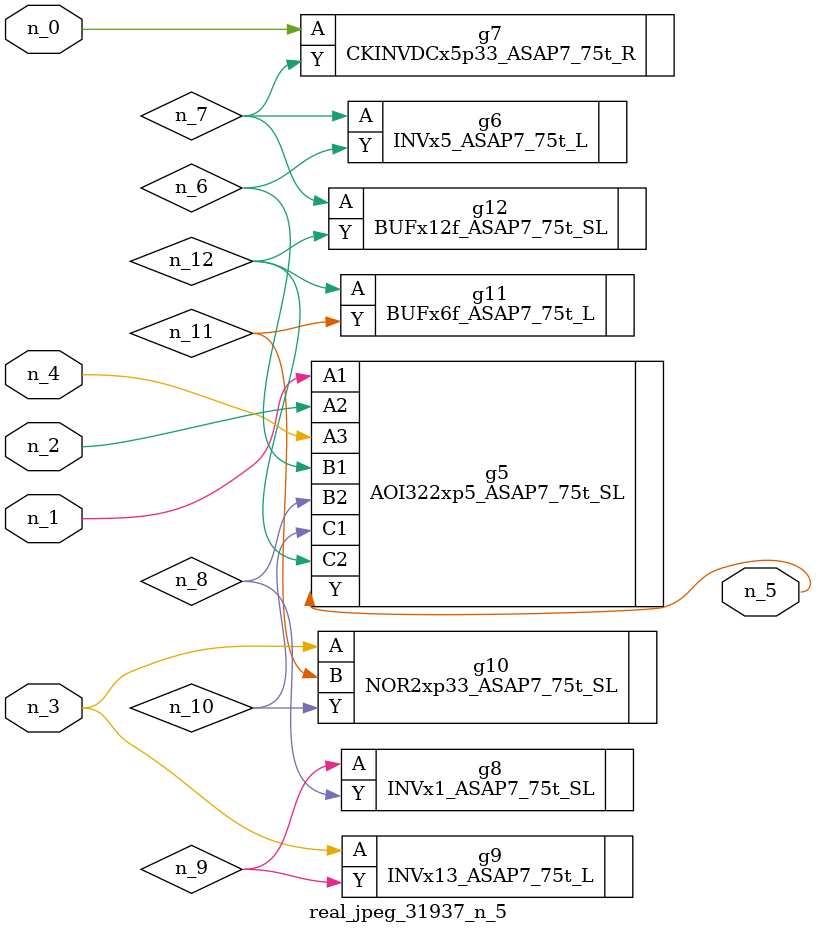
<source format=v>
module real_jpeg_31937_n_5 (n_4, n_0, n_1, n_2, n_3, n_5);

input n_4;
input n_0;
input n_1;
input n_2;
input n_3;

output n_5;

wire n_12;
wire n_8;
wire n_11;
wire n_6;
wire n_7;
wire n_10;
wire n_9;

CKINVDCx5p33_ASAP7_75t_R g7 ( 
.A(n_0),
.Y(n_7)
);

AOI322xp5_ASAP7_75t_SL g5 ( 
.A1(n_1),
.A2(n_2),
.A3(n_4),
.B1(n_6),
.B2(n_8),
.C1(n_10),
.C2(n_12),
.Y(n_5)
);

INVx13_ASAP7_75t_L g9 ( 
.A(n_3),
.Y(n_9)
);

NOR2xp33_ASAP7_75t_SL g10 ( 
.A(n_3),
.B(n_11),
.Y(n_10)
);

INVx5_ASAP7_75t_L g6 ( 
.A(n_7),
.Y(n_6)
);

BUFx12f_ASAP7_75t_SL g12 ( 
.A(n_7),
.Y(n_12)
);

INVx1_ASAP7_75t_SL g8 ( 
.A(n_9),
.Y(n_8)
);

BUFx6f_ASAP7_75t_L g11 ( 
.A(n_12),
.Y(n_11)
);


endmodule
</source>
